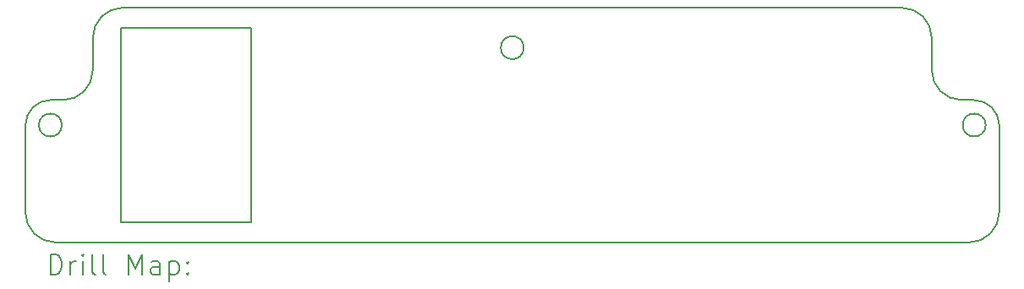
<source format=gbr>
%TF.GenerationSoftware,KiCad,Pcbnew,7.0.9*%
%TF.CreationDate,2024-01-11T16:53:43+09:00*%
%TF.ProjectId,IO_Board,494f5f42-6f61-4726-942e-6b696361645f,rev?*%
%TF.SameCoordinates,Original*%
%TF.FileFunction,Drillmap*%
%TF.FilePolarity,Positive*%
%FSLAX45Y45*%
G04 Gerber Fmt 4.5, Leading zero omitted, Abs format (unit mm)*
G04 Created by KiCad (PCBNEW 7.0.9) date 2024-01-11 16:53:43*
%MOMM*%
%LPD*%
G01*
G04 APERTURE LIST*
%ADD10C,0.200000*%
G04 APERTURE END LIST*
D10*
X19440000Y-8151000D02*
G75*
G03*
X19740000Y-8451000I300000J0D01*
G01*
X19865000Y-8451000D02*
X19740000Y-8451000D01*
X10365000Y-9576500D02*
G75*
G03*
X10665000Y-9876500I300000J0D01*
G01*
X12623800Y-7724500D02*
X11323800Y-7724500D01*
X10740000Y-8451000D02*
X10615000Y-8451000D01*
X19980000Y-8701000D02*
G75*
G03*
X19980000Y-8701000I-115000J0D01*
G01*
X11323800Y-7724500D02*
X11323800Y-9674500D01*
X20115000Y-9576500D02*
X20115000Y-8701000D01*
X15355000Y-7925500D02*
G75*
G03*
X15355000Y-7925500I-115000J0D01*
G01*
X10740000Y-8451000D02*
G75*
G03*
X11040000Y-8151000I0J300000D01*
G01*
X10365000Y-8701000D02*
X10365000Y-9576500D01*
X12623800Y-9674500D02*
X12623800Y-7724500D01*
X19815000Y-9876500D02*
G75*
G03*
X20115000Y-9576500I0J300000D01*
G01*
X11323800Y-9674500D02*
X12623800Y-9674500D01*
X10665000Y-9876500D02*
X19815000Y-9876500D01*
X19140000Y-7525500D02*
X11340000Y-7525500D01*
X20115000Y-8701000D02*
G75*
G03*
X19865000Y-8451000I-250000J0D01*
G01*
X19440000Y-8151000D02*
X19440000Y-7825500D01*
X10730000Y-8701000D02*
G75*
G03*
X10730000Y-8701000I-115000J0D01*
G01*
X10615000Y-8451000D02*
G75*
G03*
X10365000Y-8701000I0J-250000D01*
G01*
X11340000Y-7525500D02*
G75*
G03*
X11040000Y-7825500I0J-300000D01*
G01*
X19440000Y-7825500D02*
G75*
G03*
X19140000Y-7525500I-300000J0D01*
G01*
X11040000Y-7825500D02*
X11040000Y-8151000D01*
X10615777Y-10197984D02*
X10615777Y-9997984D01*
X10615777Y-9997984D02*
X10663396Y-9997984D01*
X10663396Y-9997984D02*
X10691967Y-10007508D01*
X10691967Y-10007508D02*
X10711015Y-10026555D01*
X10711015Y-10026555D02*
X10720539Y-10045603D01*
X10720539Y-10045603D02*
X10730063Y-10083698D01*
X10730063Y-10083698D02*
X10730063Y-10112269D01*
X10730063Y-10112269D02*
X10720539Y-10150365D01*
X10720539Y-10150365D02*
X10711015Y-10169412D01*
X10711015Y-10169412D02*
X10691967Y-10188460D01*
X10691967Y-10188460D02*
X10663396Y-10197984D01*
X10663396Y-10197984D02*
X10615777Y-10197984D01*
X10815777Y-10197984D02*
X10815777Y-10064650D01*
X10815777Y-10102746D02*
X10825301Y-10083698D01*
X10825301Y-10083698D02*
X10834824Y-10074174D01*
X10834824Y-10074174D02*
X10853872Y-10064650D01*
X10853872Y-10064650D02*
X10872920Y-10064650D01*
X10939586Y-10197984D02*
X10939586Y-10064650D01*
X10939586Y-9997984D02*
X10930063Y-10007508D01*
X10930063Y-10007508D02*
X10939586Y-10017031D01*
X10939586Y-10017031D02*
X10949110Y-10007508D01*
X10949110Y-10007508D02*
X10939586Y-9997984D01*
X10939586Y-9997984D02*
X10939586Y-10017031D01*
X11063396Y-10197984D02*
X11044348Y-10188460D01*
X11044348Y-10188460D02*
X11034824Y-10169412D01*
X11034824Y-10169412D02*
X11034824Y-9997984D01*
X11168158Y-10197984D02*
X11149110Y-10188460D01*
X11149110Y-10188460D02*
X11139586Y-10169412D01*
X11139586Y-10169412D02*
X11139586Y-9997984D01*
X11396729Y-10197984D02*
X11396729Y-9997984D01*
X11396729Y-9997984D02*
X11463396Y-10140841D01*
X11463396Y-10140841D02*
X11530062Y-9997984D01*
X11530062Y-9997984D02*
X11530062Y-10197984D01*
X11711015Y-10197984D02*
X11711015Y-10093222D01*
X11711015Y-10093222D02*
X11701491Y-10074174D01*
X11701491Y-10074174D02*
X11682443Y-10064650D01*
X11682443Y-10064650D02*
X11644348Y-10064650D01*
X11644348Y-10064650D02*
X11625301Y-10074174D01*
X11711015Y-10188460D02*
X11691967Y-10197984D01*
X11691967Y-10197984D02*
X11644348Y-10197984D01*
X11644348Y-10197984D02*
X11625301Y-10188460D01*
X11625301Y-10188460D02*
X11615777Y-10169412D01*
X11615777Y-10169412D02*
X11615777Y-10150365D01*
X11615777Y-10150365D02*
X11625301Y-10131317D01*
X11625301Y-10131317D02*
X11644348Y-10121793D01*
X11644348Y-10121793D02*
X11691967Y-10121793D01*
X11691967Y-10121793D02*
X11711015Y-10112269D01*
X11806253Y-10064650D02*
X11806253Y-10264650D01*
X11806253Y-10074174D02*
X11825301Y-10064650D01*
X11825301Y-10064650D02*
X11863396Y-10064650D01*
X11863396Y-10064650D02*
X11882443Y-10074174D01*
X11882443Y-10074174D02*
X11891967Y-10083698D01*
X11891967Y-10083698D02*
X11901491Y-10102746D01*
X11901491Y-10102746D02*
X11901491Y-10159888D01*
X11901491Y-10159888D02*
X11891967Y-10178936D01*
X11891967Y-10178936D02*
X11882443Y-10188460D01*
X11882443Y-10188460D02*
X11863396Y-10197984D01*
X11863396Y-10197984D02*
X11825301Y-10197984D01*
X11825301Y-10197984D02*
X11806253Y-10188460D01*
X11987205Y-10178936D02*
X11996729Y-10188460D01*
X11996729Y-10188460D02*
X11987205Y-10197984D01*
X11987205Y-10197984D02*
X11977682Y-10188460D01*
X11977682Y-10188460D02*
X11987205Y-10178936D01*
X11987205Y-10178936D02*
X11987205Y-10197984D01*
X11987205Y-10074174D02*
X11996729Y-10083698D01*
X11996729Y-10083698D02*
X11987205Y-10093222D01*
X11987205Y-10093222D02*
X11977682Y-10083698D01*
X11977682Y-10083698D02*
X11987205Y-10074174D01*
X11987205Y-10074174D02*
X11987205Y-10093222D01*
M02*

</source>
